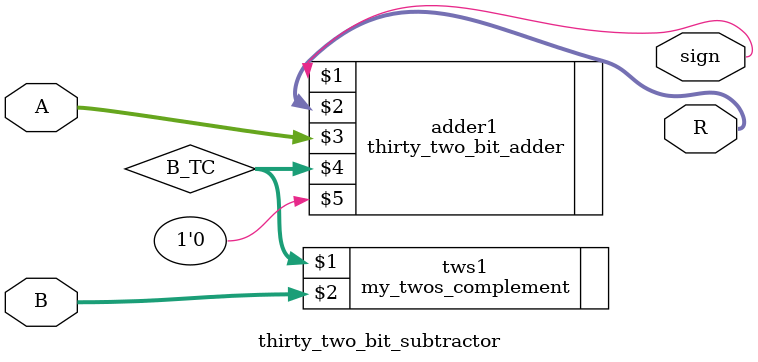
<source format=v>
module thirty_two_bit_subtractor(output [31:0] R, output sign, input [31:0] A, input [31:0] B);
	
	wire [31:0] B_TC;
	
	my_twos_complement tws1(B_TC[31:0], B[31:0]);
	
	thirty_two_bit_adder adder1(sign, R[31:0], A[31:0], B_TC[31:0], 1'b0);
	
endmodule

</source>
